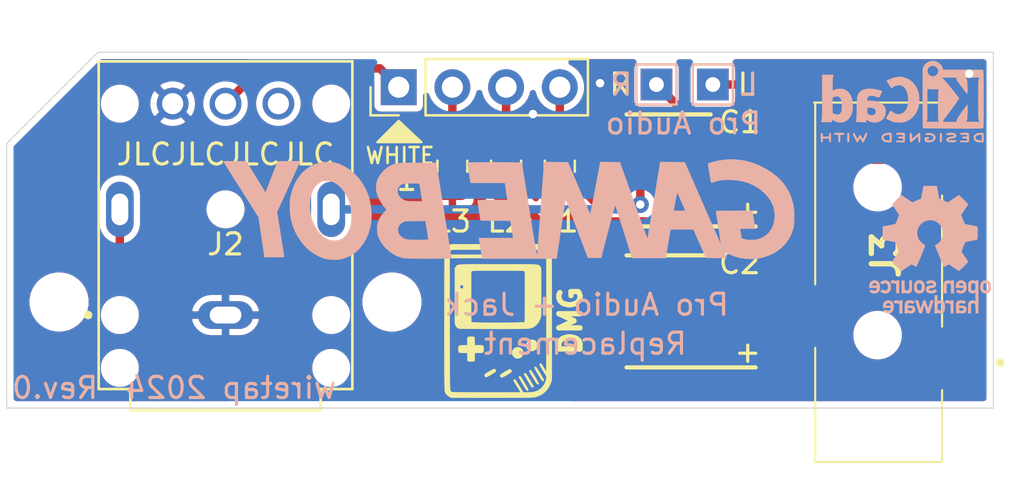
<source format=kicad_pcb>
(kicad_pcb (version 20171130) (host pcbnew "(5.1.6)-1")
  (title_block (title "Gameboy DMG Headphone Jack PCB") (date 2024-02-19) (rev 0) (company wiretap) (comment 1 "A Gameboy DMG pro audio headphone jack replacement utilizing a SPDT 3.5mm audio jack.") (comment 2 "License: Creative Commons Zero v1.0 Universal"))
  (layers (0 F.Cu signal) (31 B.Cu signal) (34 B.Paste user) (35 F.Paste user) (36 B.SilkS user) (37 F.SilkS user) (38 B.Mask user) (39 F.Mask user) (44 Edge.Cuts user))
  (net 0 "")
  (net 1 LEFT)
  (net 2 "Net-(C1-Pad1)")
  (net 3 "Net-(C2-Pad1)")
  (net 4 RIGHT)
  (net 5 DETECT)
  (net 6 "Net-(J1-Pad2)")
  (net 7 "Net-(J1-Pad3)")
  (net 8 "Net-(J1-Pad4)")
  (net 9 GND)
  (net 10 L_PRO)
  (net 11 R_PRO)
  (module SamacSys_Parts:kicad-logo-smaller (layer B.Cu) (at 169.418 99.822 180)
    (fp_text reference G*** hide)
    (fp_text value LOGO hide)
  )
  (module Symbol:OSHW-Logo_5.7x6mm_SilkScreen (layer B.Cu) (at 170.688 106.807 180)
    (fp_text reference REF** hide)
    (fp_text value OSHW-Logo_5.7x6mm_SilkScreen hide)
  )
  (module SamacSys_Parts:gameboy-handheld (layer F.Cu) (at 150.241 110.1725)
    (fp_text reference G*** hide)
    (fp_text value LOGO hide)
  )
  (module SamacSys_Parts:gameboy-logo (layer B.Cu) (at 150.749 104.902 180)
    (fp_text reference G*** hide)
    (fp_text value LOGO hide)
  )
  (module SamacSys_Parts:CAPAE530X550N (layer F.Cu) (at 158.9725 103.0605 180)
    (fp_text reference C1 (at -2.6985 2.286) (layer F.SilkS))
    (fp_text value 100uF hide)
    (pad 2 smd rect (at 2 0 270) (size 1.8 2.9) (layers F.Cu F.Paste F.Mask) (net 1 LEFT))
    (pad 1 smd rect (at -2 0 270) (size 1.8 2.9) (layers F.Cu F.Paste F.Mask) (net 2 "Net-(C1-Pad1)"))
  )
  (module SamacSys_Parts:CAPAE530X550N (layer F.Cu) (at 158.972 109.728 180)
    (fp_text reference C2 (at -2.699 2.286) (layer F.SilkS))
    (fp_text value 100uF hide)
    (pad 1 smd rect (at -2 0 270) (size 1.8 2.9) (layers F.Cu F.Paste F.Mask) (net 3 "Net-(C2-Pad1)"))
    (pad 2 smd rect (at 2 0 270) (size 1.8 2.9) (layers F.Cu F.Paste F.Mask) (net 4 RIGHT))
  )
  (module Connector_PinHeader_2.54mm:PinHeader_1x04_P2.54mm_Vertical (layer F.Cu) (at 145.542 99.1235 90)
    (fp_text reference J1 (at -4.3815 0 180) (layer F.SilkS))
    (fp_text value CON-1x04)
    (pad 1 thru_hole rect (at 0 0 90) (size 1.7 1.7) (drill 1) (layers *.Cu *.Mask) (net 5 DETECT))
    (pad 2 thru_hole oval (at 0 2.54 90) (size 1.7 1.7) (drill 1) (layers *.Cu *.Mask) (net 6 "Net-(J1-Pad2)"))
    (pad 3 thru_hole oval (at 0 5.08 90) (size 1.7 1.7) (drill 1) (layers *.Cu *.Mask) (net 7 "Net-(J1-Pad3)"))
    (pad 4 thru_hole oval (at 0 7.62 90) (size 1.7 1.7) (drill 1) (layers *.Cu *.Mask) (net 8 "Net-(J1-Pad4)"))
  )
  (module SamacSys_Parts:CUI_SJ-3566AN (layer F.Cu) (at 137.3505 104.902 90)
    (fp_text reference J2 (at -1.651 0 180) (layer F.SilkS) (effects (font (size 1.001646 1.001646))))
    (fp_text value SJ-3566AN)
    (pad None np_thru_hole circle (at -7.5 5 90) (size 1.2 1.2) (drill 1.2) (layers *.Cu *.Mask))
    (pad None np_thru_hole circle (at -5 5 90) (size 1.2 1.2) (drill 1.2) (layers *.Cu *.Mask))
    (pad None np_thru_hole circle (at -7.5 -5 90) (size 1.2 1.2) (drill 1.2) (layers *.Cu *.Mask))
    (pad None np_thru_hole circle (at -5 -5 90) (size 1.2 1.2) (drill 1.2) (layers *.Cu *.Mask))
    (pad None np_thru_hole circle (at 0 0 90) (size 1.2 1.2) (drill 1.2) (layers *.Cu *.Mask))
    (pad None np_thru_hole circle (at 5 5 90) (size 1.2 1.2) (drill 1.2) (layers *.Cu *.Mask))
    (pad None np_thru_hole circle (at 5 -5 90) (size 1.2 1.2) (drill 1.2) (layers *.Cu *.Mask))
    (pad 1 thru_hole oval (at -5 0 90) (size 1.308 2.616) (drill oval 0.8 1.5) (layers *.Cu *.Mask) (net 9 GND))
    (pad 4 thru_hole circle (at 5 -2.5 90) (size 1.508 1.508) (drill 1) (layers *.Cu *.Mask) (net 9 GND))
    (pad 5 thru_hole circle (at 5 0 90) (size 1.508 1.508) (drill 1) (layers *.Cu *.Mask) (net 5 DETECT))
    (pad 6 thru_hole circle (at 5 2.5 90) (size 1.508 1.508) (drill 1) (layers *.Cu *.Mask))
    (pad 2 thru_hole oval (at 0 5 90) (size 2.616 1.308) (drill oval 1.5 0.8) (layers *.Cu *.Mask) (net 1 LEFT))
    (pad 3 thru_hole oval (at 0 -5 90) (size 2.616 1.308) (drill oval 1.5 0.8) (layers *.Cu *.Mask) (net 4 RIGHT))
  )
  (module Inductor_SMD:L_0805_2012Metric_Pad1.15x1.40mm_HandSolder (layer F.Cu) (at 153.162 102.861 270)
    (fp_text reference L1 (at 2.6125 0 180) (layer F.SilkS))
    (fp_text value 3.3uH)
    (pad 2 smd roundrect (at 1.025 0 270) (size 1.15 1.4) (layers F.Cu F.Paste F.Mask) (roundrect_rratio 0.217391) (net 2 "Net-(C1-Pad1)"))
    (pad 1 smd roundrect (at -1.025 0 270) (size 1.15 1.4) (layers F.Cu F.Paste F.Mask) (roundrect_rratio 0.217391) (net 8 "Net-(J1-Pad4)"))
  )
  (module Inductor_SMD:L_0805_2012Metric_Pad1.15x1.40mm_HandSolder (layer F.Cu) (at 150.622 102.861 270)
    (fp_text reference L2 (at 2.6125 0 180) (layer F.SilkS))
    (fp_text value 3.3uH)
    (pad 1 smd roundrect (at -1.025 0 270) (size 1.15 1.4) (layers F.Cu F.Paste F.Mask) (roundrect_rratio 0.217391) (net 7 "Net-(J1-Pad3)"))
    (pad 2 smd roundrect (at 1.025 0 270) (size 1.15 1.4) (layers F.Cu F.Paste F.Mask) (roundrect_rratio 0.217391) (net 3 "Net-(C2-Pad1)"))
  )
  (module Inductor_SMD:L_0805_2012Metric_Pad1.15x1.40mm_HandSolder (layer F.Cu) (at 148.082 102.861 270)
    (fp_text reference L3 (at 2.6125 0 180) (layer F.SilkS))
    (fp_text value 3.3uH)
    (pad 1 smd roundrect (at -1.025 0 270) (size 1.15 1.4) (layers F.Cu F.Paste F.Mask) (roundrect_rratio 0.217391) (net 6 "Net-(J1-Pad2)"))
    (pad 2 smd roundrect (at 1.025 0 270) (size 1.15 1.4) (layers F.Cu F.Paste F.Mask) (roundrect_rratio 0.217391) (net 9 GND))
  )
  (module MountingHole:MountingHole_2.2mm_M2 (layer F.Cu) (at 129.4765 109.2835)
    (fp_text reference H1 hide)
    (fp_text value MountingHole hide)
    (pad 1 np_thru_hole circle (at 0 0) (size 2.2 2.2) (drill 2.2) (layers *.Cu *.Mask))
  )
  (module MountingHole:MountingHole_2.2mm_M2 (layer F.Cu) (at 145.2245 109.2835)
    (fp_text reference H2 hide)
    (fp_text value MountingHole hide)
    (pad 1 np_thru_hole circle (at 0 0) (size 2.2 2.2) (drill 2.2) (layers *.Cu *.Mask))
  )
  (module SJ3523SMTTR (layer F.Cu) (at 168.1945 114.3505 90)
    (fp_text reference J3 (at 7.3 0.4 90) (layer F.SilkS) (effects (font (size 1.27 1.27) (thickness 0.254))))
    (fp_text value SJ-3523-SMT-TR hide)
    (pad 1 smd rect (at 2.4 3.7 90) (size 2.2 2.8) (layers F.Cu F.Paste F.Mask) (net 9 GND))
    (pad 2 smd rect (at 11.8 3.8 180) (size 2.6 2.8) (layers F.Cu F.Paste F.Mask) (net 10 L_PRO))
    (pad 3 smd rect (at 4.4 -3.7 90) (size 2.2 2.8) (layers F.Cu F.Paste F.Mask) (net 11 R_PRO))
    (pad MH1 np_thru_hole circle (at 3.5 0 90) (size 1.7 1.7) (drill 1.7) (layers *.Cu *.Mask))
    (pad MH2 np_thru_hole circle (at 10.5 0 90) (size 1.7 1.7) (drill 1.7) (layers *.Cu *.Mask))
  )
  (module TestPoint:TestPoint_THTPad_1.5x1.5mm_Drill0.7mm (layer B.Cu) (at 160.401 98.9965)
    (fp_text reference J4 hide)
    (fp_text value L-CON)
    (pad 1 thru_hole rect (at 0 0) (size 1.5 1.5) (drill 0.7) (layers *.Cu *.Mask) (net 10 L_PRO))
  )
  (module TestPoint:TestPoint_THTPad_1.5x1.5mm_Drill0.7mm (layer B.Cu) (at 157.734 98.9965)
    (fp_text reference J5 hide)
    (fp_text value R-CON)
    (pad 1 thru_hole rect (at 0 0) (size 1.5 1.5) (drill 0.7) (layers *.Cu *.Mask) (net 11 R_PRO))
  )
  (gr_text + (at 162.052 111.633) (layer F.SilkS) (effects (font (size 1 1))))
  (gr_text + (at 162.052 104.9655) (layer F.SilkS) (effects (font (size 1 1))))
  (gr_text "Pro Audio" (at 159.004 100.838) (layer B.SilkS) (effects (font (size 1 1)) (justify mirror)))
  (gr_text R (at 156.083 98.9965) (layer B.SilkS) (effects (font (size 1 1)) (justify mirror)))
  (gr_text L (at 162.1155 98.9965) (layer B.SilkS) (effects (font (size 1 1)) (justify mirror)))
  (gr_text L (at 161.9885 98.9965) (layer F.SilkS) (effects (font (size 1 1))))
  (gr_text R (at 156.0195 98.9965) (layer F.SilkS) (effects (font (size 1 1))))
  (gr_text DMG (at 153.67 110.1725 90) (layer F.SilkS) (effects (font (size 1 1) (thickness 0.25))))
  (gr_text Rev.0 (at 129.286 113.3475) (layer B.SilkS) (effects (font (size 1 1)) (justify mirror)))
  (gr_text WHITE (at 145.6055 102.362) (layer F.SilkS) (effects (font (size 0.75 0.75) (thickness 0.125))))
  (gr_poly (pts (xy 146.6215 101.727) (xy 144.526 101.727) (xy 145.542 100.711)) (layer F.SilkS) (width 0.1))
  (gr_text "wiretap 2024" (at 137.6045 113.3475) (layer B.SilkS) (effects (font (size 1 1)) (justify mirror)))
  (gr_text Replacement (at 154.3685 111.252) (layer B.SilkS) (effects (font (size 1 1)) (justify mirror)))
  (gr_text "Pro Audio + Jack" (at 154.432 109.4105) (layer B.SilkS) (effects (font (size 1 1)) (justify mirror)))
  (gr_text JLCJLCJLCJLC (at 137.3505 102.2985) (layer F.SilkS) (effects (font (size 1 1))))
  (gr_line (start 127 101.7905) (end 131.318 97.4725) (layer Edge.Cuts) (width 0.05))
  (gr_line (start 127 114.3) (end 127 101.7905) (layer Edge.Cuts) (width 0.05))
  (gr_line (start 173.6725 97.4725) (end 131.318 97.4725) (layer Edge.Cuts) (width 0.05))
  (gr_line (start 173.6725 114.3) (end 173.6725 97.4725) (layer Edge.Cuts) (width 0.05))
  (gr_line (start 127 114.3) (end 173.6725 114.3) (layer Edge.Cuts) (width 0.05))
  (via (at 156.972 104.6735) (size 0.8) (drill 0.4) (layers F.Cu B.Cu) (net 1))
  (segment (start 142.3505 104.902) (end 156.7435 104.902) (width 0.4) (layer B.Cu) (net 1))
  (segment (start 156.7435 104.902) (end 156.972 104.6735) (width 0.4) (layer B.Cu) (net 1))
  (segment (start 156.972 103.061) (end 156.9725 103.0605) (width 0.4) (layer F.Cu) (net 1))
  (segment (start 156.972 104.6735) (end 156.972 103.061) (width 0.4) (layer F.Cu) (net 1))
  (segment (start 153.162 103.886) (end 154.7495 105.4735) (width 0.4) (layer F.Cu) (net 2))
  (segment (start 158.5595 105.4735) (end 160.9725 103.0605) (width 0.4) (layer F.Cu) (net 2))
  (segment (start 154.7495 105.4735) (end 158.5595 105.4735) (width 0.4) (layer F.Cu) (net 2))
  (segment (start 158.559 107.315) (end 160.972 109.728) (width 0.4) (layer F.Cu) (net 3))
  (segment (start 150.622 103.886) (end 154.051 107.315) (width 0.4) (layer F.Cu) (net 3))
  (segment (start 154.051 107.315) (end 158.559 107.315) (width 0.4) (layer F.Cu) (net 3))
  (segment (start 153.035 113.665) (end 156.972 109.728) (width 0.4) (layer F.Cu) (net 4))
  (segment (start 138.2395 113.665) (end 153.035 113.665) (width 0.4) (layer F.Cu) (net 4))
  (segment (start 132.3505 104.902) (end 132.3505 107.776) (width 0.4) (layer F.Cu) (net 4))
  (segment (start 132.3505 107.776) (end 138.2395 113.665) (width 0.4) (layer F.Cu) (net 4))
  (segment (start 145.542 99.1235) (end 144.653 98.2345) (width 0.4) (layer F.Cu) (net 5))
  (segment (start 139.018 98.2345) (end 137.3505 99.902) (width 0.4) (layer F.Cu) (net 5))
  (segment (start 144.653 98.2345) (end 139.018 98.2345) (width 0.4) (layer F.Cu) (net 5))
  (segment (start 148.082 99.1235) (end 148.082 101.836) (width 0.4) (layer F.Cu) (net 6))
  (segment (start 150.622 99.1235) (end 150.622 101.836) (width 0.4) (layer F.Cu) (net 7))
  (segment (start 153.162 99.1235) (end 153.162 101.836) (width 0.4) (layer F.Cu) (net 8))
  (via (at 172.5295 98.4885) (size 0.8) (drill 0.4) (layers F.Cu B.Cu) (net 9))
  (via (at 155.067 98.933) (size 0.8) (drill 0.4) (layers F.Cu B.Cu) (net 9))
  (via (at 151.892 100.3935) (size 0.8) (drill 0.4) (layers F.Cu B.Cu) (net 9))
  (segment (start 167.9555 102.5505) (end 171.9945 102.5505) (width 0.4) (layer F.Cu) (net 10))
  (segment (start 160.401 98.9965) (end 164.4015 98.9965) (width 0.4) (layer F.Cu) (net 10))
  (segment (start 164.4015 98.9965) (end 167.9555 102.5505) (width 0.4) (layer F.Cu) (net 10))
  (segment (start 157.734 98.9965) (end 159.3215 100.584) (width 0.4) (layer F.Cu) (net 11))
  (segment (start 159.3215 100.584) (end 162.687 100.584) (width 0.4) (layer F.Cu) (net 11))
  (segment (start 164.4945 102.3915) (end 164.4945 109.9505) (width 0.4) (layer F.Cu) (net 11))
  (segment (start 162.687 100.584) (end 164.4945 102.3915) (width 0.4) (layer F.Cu) (net 11))
  (zone (net 9) (net_name GND) (layer F.Cu) (connect_pads (clearance 0.3)) (min_thickness 0.3) (fill yes (arc_segments 32) (thermal_gap 0.3) (thermal_bridge_width 0.35))
    (polygon (pts (xy 173.99 114.6175) (xy 126.6825 114.6175) (xy 126.6825 97.0915) (xy 173.99 97.0915)))
  )
  (zone (net 9) (net_name GND) (layer B.Cu) (connect_pads (clearance 0.3)) (min_thickness 0.3) (fill yes (arc_segments 32) (thermal_gap 0.3) (thermal_bridge_width 0.35))
    (polygon (pts (xy 173.99 114.6175) (xy 126.6825 114.6175) (xy 126.6825 97.0915) (xy 173.99 97.0915)))
  )
)
</source>
